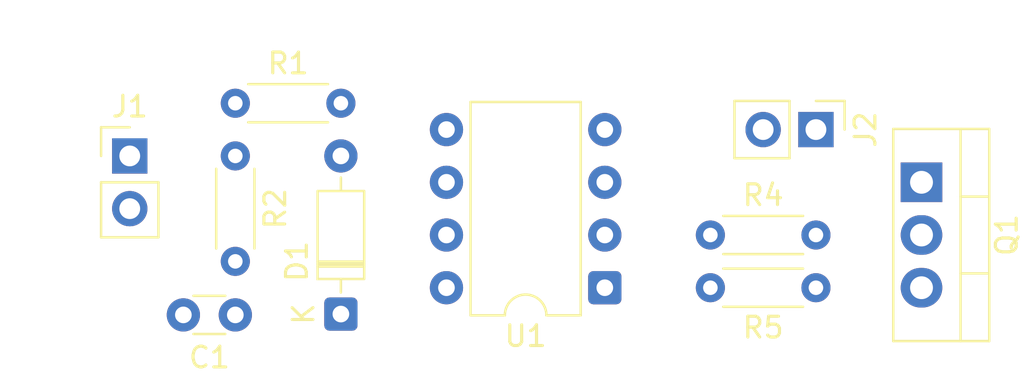
<source format=kicad_pcb>
(kicad_pcb (version 20241229) (generator "pcbnew") (generator_version "9.0")
  (layers (0 "F.Cu" signal) (2 "B.Cu" signal) (13 "F.Paste" user) (15 "B.Paste" user) (5 "F.SilkS" user "F.Silkscreen") (7 "B.SilkS" user "B.Silkscreen") (1 "F.Mask" user) (3 "B.Mask" user) (25 "Edge.Cuts" user))
  (net 0 "")
  (net 1 "GND")
  (net 2 "Net-(D1-K)")
  (net 3 "Net-(D1-A)")
  (net 4 "VDD")
  (net 5 "Net-(J2-Pin_1)")
  (net 6 "Net-(Q1-G)")
  (net 7 "Net-(U1-OUT)")
  (footprint "Resistor_THT:R_Axial_DIN0204_L3.6mm_D1.6mm_P5.08mm_Horizontal" (layer "F.Cu") (at 162.56 106.68 180)
    (property "Reference" "R5" (at 2.54 -1.92 0) (layer "F.SilkS"))
    (property "Value" "R")
    (fp_line (start 0.62 0.92) (end 4.46 0.92) (stroke (width 0.12)) (layer "F.SilkS"))
    (fp_line (start 0.62 -0.92) (end 4.46 -0.92) (stroke (width 0.12)) (layer "F.SilkS"))
    (pad "1" thru_hole circle (at 0 0 180) (size 1.4 1.4) (drill 0.7) (layers "*.Cu" "*.Mask") (net 6 "Net-(Q1-G)"))
    (pad "2" thru_hole circle (at 5.08 0 180) (size 1.4 1.4) (drill 0.7) (layers "*.Cu" "*.Mask") (net 1 "GND"))
  )
  (footprint "Connector_PinHeader_2.54mm:PinHeader_1x02_P2.54mm_Vertical" (layer "F.Cu") (at 129.54 100.33)
    (property "Reference" "J1" (at 0 -2.38 0) (layer "F.SilkS"))
    (property "Value" "Conn_01x02_Pin")
    (fp_line (start -1.38 -1.38) (end 0 -1.38) (stroke (width 0.12)) (layer "F.SilkS"))
    (fp_line (start -1.38 0) (end -1.38 -1.38) (stroke (width 0.12)) (layer "F.SilkS"))
    (fp_line (start -1.38 1.27) (end -1.38 3.92) (stroke (width 0.12)) (layer "F.SilkS"))
    (fp_line (start -1.38 1.27) (end 1.38 1.27) (stroke (width 0.12)) (layer "F.SilkS"))
    (fp_line (start -1.38 3.92) (end 1.38 3.92) (stroke (width 0.12)) (layer "F.SilkS"))
    (fp_line (start 1.38 1.27) (end 1.38 3.92) (stroke (width 0.12)) (layer "F.SilkS"))
    (pad "1" thru_hole rect (at 0 0) (size 1.7 1.7) (drill 1) (layers "*.Cu" "*.Mask") (net 4 "VDD"))
    (pad "2" thru_hole circle (at 0 2.54) (size 1.7 1.7) (drill 1) (layers "*.Cu" "*.Mask") (net 1 "GND"))
  )
  (footprint "Package_TO_SOT_THT:TO-220-3_Vertical" (layer "F.Cu") (at 167.64 101.6 -90)
    (property "Reference" "Q1" (at 2.54 -4.1 90) (layer "F.SilkS"))
    (property "Value" "NMOS")
    (fp_line (start -2.57 1.36) (end -2.57 -3.26) (stroke (width 0.12)) (layer "F.SilkS"))
    (fp_line (start 7.65 1.36) (end -2.57 1.36) (stroke (width 0.12)) (layer "F.SilkS"))
    (fp_line (start -2.57 -1.88) (end 7.65 -1.88) (stroke (width 0.12)) (layer "F.SilkS"))
    (fp_line (start -2.57 -3.26) (end 7.65 -3.26) (stroke (width 0.12)) (layer "F.SilkS"))
    (fp_line (start 0.69 -3.26) (end 0.69 -1.88) (stroke (width 0.12)) (layer "F.SilkS"))
    (fp_line (start 4.39 -3.26) (end 4.39 -1.88) (stroke (width 0.12)) (layer "F.SilkS"))
    (fp_line (start 7.65 -3.26) (end 7.65 1.36) (stroke (width 0.12)) (layer "F.SilkS"))
    (pad "1" thru_hole rect (at 0 0 270) (size 1.905 2) (drill 1.1) (layers "*.Cu" "*.Mask") (net 5 "Net-(J2-Pin_1)"))
    (pad "2" thru_hole oval (at 2.54 0 270) (size 1.905 2) (drill 1.1) (layers "*.Cu" "*.Mask") (net 6 "Net-(Q1-G)"))
    (pad "3" thru_hole oval (at 5.08 0 270) (size 1.905 2) (drill 1.1) (layers "*.Cu" "*.Mask") (net 1 "GND"))
  )
  (footprint "Connector_PinHeader_2.54mm:PinHeader_1x02_P2.54mm_Vertical" (layer "F.Cu") (at 162.56 99.06 -90)
    (property "Reference" "J2" (at 0 -2.38 90) (layer "F.SilkS"))
    (property "Value" "Conn_01x02_Pin")
    (fp_line (start -1.38 3.92) (end 1.38 3.92) (stroke (width 0.12)) (layer "F.SilkS"))
    (fp_line (start -1.38 1.27) (end -1.38 3.92) (stroke (width 0.12)) (layer "F.SilkS"))
    (fp_line (start -1.38 1.27) (end 1.38 1.27) (stroke (width 0.12)) (layer "F.SilkS"))
    (fp_line (start 1.38 1.27) (end 1.38 3.92) (stroke (width 0.12)) (layer "F.SilkS"))
    (fp_line (start -1.38 0) (end -1.38 -1.38) (stroke (width 0.12)) (layer "F.SilkS"))
    (fp_line (start -1.38 -1.38) (end 0 -1.38) (stroke (width 0.12)) (layer "F.SilkS"))
    (pad "1" thru_hole rect (at 0 0 270) (size 1.7 1.7) (drill 1) (layers "*.Cu" "*.Mask") (net 5 "Net-(J2-Pin_1)"))
    (pad "2" thru_hole circle (at 0 2.54 270) (size 1.7 1.7) (drill 1) (layers "*.Cu" "*.Mask") (net 4 "VDD"))
  )
  (footprint "Package_DIP:DIP-8_W7.62mm" (layer "F.Cu") (at 152.4 106.68 180)
    (property "Reference" "U1" (at 3.81 -2.33 0) (layer "F.SilkS"))
    (property "Value" "LM555xN")
    (fp_line (start 6.46 8.95) (end 6.46 -1.33) (stroke (width 0.12)) (layer "F.SilkS"))
    (fp_line (start 6.46 -1.33) (end 4.81 -1.33) (stroke (width 0.12)) (layer "F.SilkS"))
    (fp_line (start 2.81 -1.33) (end 1.16 -1.33) (stroke (width 0.12)) (layer "F.SilkS"))
    (fp_line (start 1.16 8.95) (end 6.46 8.95) (stroke (width 0.12)) (layer "F.SilkS"))
    (fp_line (start 1.16 -1.33) (end 1.16 8.95) (stroke (width 0.12)) (layer "F.SilkS"))
    (fp_arc (start 4.81 -1.33) (mid 3.81 -0.33) (end 2.81 -1.33) (stroke (width 0.12)) (layer "F.SilkS"))
    (pad "1" thru_hole roundrect (at 0 0 180) (size 1.6 1.6) (drill 0.8) (layers "*.Cu" "*.Mask") (roundrect_rratio 0.15625) (net 1 "GND"))
    (pad "2" thru_hole circle (at 0 2.54 180) (size 1.6 1.6) (drill 0.8) (layers "*.Cu" "*.Mask") (net 2 "Net-(D1-K)"))
    (pad "3" thru_hole circle (at 0 5.08 180) (size 1.6 1.6) (drill 0.8) (layers "*.Cu" "*.Mask") (net 7 "Net-(U1-OUT)"))
    (pad "4" thru_hole circle (at 0 7.62 180) (size 1.6 1.6) (drill 0.8) (layers "*.Cu" "*.Mask") (net 4 "VDD"))
    (pad "5" thru_hole circle (at 7.62 7.62 180) (size 1.6 1.6) (drill 0.8) (layers "*.Cu" "*.Mask"))
    (pad "6" thru_hole circle (at 7.62 5.08 180) (size 1.6 1.6) (drill 0.8) (layers "*.Cu" "*.Mask") (net 2 "Net-(D1-K)"))
    (pad "7" thru_hole circle (at 7.62 2.54 180) (size 1.6 1.6) (drill 0.8) (layers "*.Cu" "*.Mask") (net 3 "Net-(D1-A)"))
    (pad "8" thru_hole circle (at 7.62 0 180) (size 1.6 1.6) (drill 0.8) (layers "*.Cu" "*.Mask") (net 4 "VDD"))
  )
  (footprint "Resistor_THT:R_Axial_DIN0204_L3.6mm_D1.6mm_P5.08mm_Horizontal" (layer "F.Cu") (at 157.48 104.14)
    (property "Reference" "R4" (at 2.54 -1.92 0) (layer "F.SilkS"))
    (property "Value" "R")
    (fp_line (start 0.62 -0.92) (end 4.46 -0.92) (stroke (width 0.12)) (layer "F.SilkS"))
    (fp_line (start 0.62 0.92) (end 4.46 0.92) (stroke (width 0.12)) (layer "F.SilkS"))
    (pad "1" thru_hole circle (at 0 0) (size 1.4 1.4) (drill 0.7) (layers "*.Cu" "*.Mask") (net 7 "Net-(U1-OUT)"))
    (pad "2" thru_hole circle (at 5.08 0) (size 1.4 1.4) (drill 0.7) (layers "*.Cu" "*.Mask") (net 6 "Net-(Q1-G)"))
  )
  (footprint "Resistor_THT:R_Axial_DIN0204_L3.6mm_D1.6mm_P5.08mm_Horizontal" (layer "F.Cu") (at 134.62 100.33 -90)
    (property "Reference" "R2" (at 2.54 -1.92 90) (layer "F.SilkS"))
    (property "Value" "R")
    (fp_line (start 0.62 0.92) (end 4.46 0.92) (stroke (width 0.12)) (layer "F.SilkS"))
    (fp_line (start 0.62 -0.92) (end 4.46 -0.92) (stroke (width 0.12)) (layer "F.SilkS"))
    (pad "1" thru_hole circle (at 0 0 270) (size 1.4 1.4) (drill 0.7) (layers "*.Cu" "*.Mask") (net 3 "Net-(D1-A)"))
    (pad "2" thru_hole circle (at 5.08 0 270) (size 1.4 1.4) (drill 0.7) (layers "*.Cu" "*.Mask") (net 2 "Net-(D1-K)"))
  )
  (footprint "Capacitor_THT:C_Disc_D3.0mm_W1.6mm_P2.50mm" (layer "F.Cu") (at 134.62 107.99 180)
    (property "Reference" "C1" (at 1.25 -2.05 0) (layer "F.SilkS"))
    (property "Value" "C")
    (fp_line (start 2.015 0.92) (end 0.485 0.92) (stroke (width 0.12)) (layer "F.SilkS"))
    (fp_line (start 0.485 -0.92) (end 2.015 -0.92) (stroke (width 0.12)) (layer "F.SilkS"))
    (pad "1" thru_hole circle (at 0 0 180) (size 1.6 1.6) (drill 0.8) (layers "*.Cu" "*.Mask") (net 2 "Net-(D1-K)"))
    (pad "2" thru_hole circle (at 2.5 0 180) (size 1.6 1.6) (drill 0.8) (layers "*.Cu" "*.Mask") (net 1 "GND"))
  )
  (footprint "Diode_THT:D_DO-35_SOD27_P7.62mm_Horizontal" (layer "F.Cu") (at 139.7 107.95 90)
    (property "Reference" "D1" (at 2.54 -2.12 90) (layer "F.SilkS"))
    (property "Value" "D")
    (fp_line (start 2.53 -1.12) (end 2.53 1.12) (stroke (width 0.12)) (layer "F.SilkS"))
    (fp_line (start 2.41 -1.12) (end 2.41 1.12) (stroke (width 0.12)) (layer "F.SilkS"))
    (fp_line (start 2.29 -1.12) (end 2.29 1.12) (stroke (width 0.12)) (layer "F.SilkS"))
    (fp_line (start 6.58 0) (end 5.93 0) (stroke (width 0.12)) (layer "F.SilkS"))
    (fp_line (start 1.04 0) (end 1.69 0) (stroke (width 0.12)) (layer "F.SilkS"))
    (fp_rect (start 1.69 -1.12) (end 5.93 1.12) (stroke (width 0.12)) (fill no) (layer "F.SilkS"))
    (fp_text user "K" (at 0 -1.8 90) (layer "F.SilkS"))
    (pad "1" thru_hole roundrect (at 0 0 90) (size 1.6 1.6) (drill 0.8) (layers "*.Cu" "*.Mask") (roundrect_rratio 0.15625) (net 2 "Net-(D1-K)"))
    (pad "2" thru_hole circle (at 7.62 0 90) (size 1.6 1.6) (drill 0.8) (layers "*.Cu" "*.Mask") (net 3 "Net-(D1-A)"))
  )
  (footprint "Resistor_THT:R_Axial_DIN0204_L3.6mm_D1.6mm_P5.08mm_Horizontal" (layer "F.Cu") (at 134.62 97.79)
    (property "Reference" "R1" (at 2.54 -1.92 0) (layer "F.SilkS"))
    (property "Value" "R")
    (fp_line (start 0.62 -0.92) (end 4.46 -0.92) (stroke (width 0.12)) (layer "F.SilkS"))
    (fp_line (start 0.62 0.92) (end 4.46 0.92) (stroke (width 0.12)) (layer "F.SilkS"))
    (pad "1" thru_hole circle (at 0 0) (size 1.4 1.4) (drill 0.7) (layers "*.Cu" "*.Mask") (net 4 "VDD"))
    (pad "2" thru_hole circle (at 5.08 0) (size 1.4 1.4) (drill 0.7) (layers "*.Cu" "*.Mask") (net 3 "Net-(D1-A)"))
  )
)
</source>
